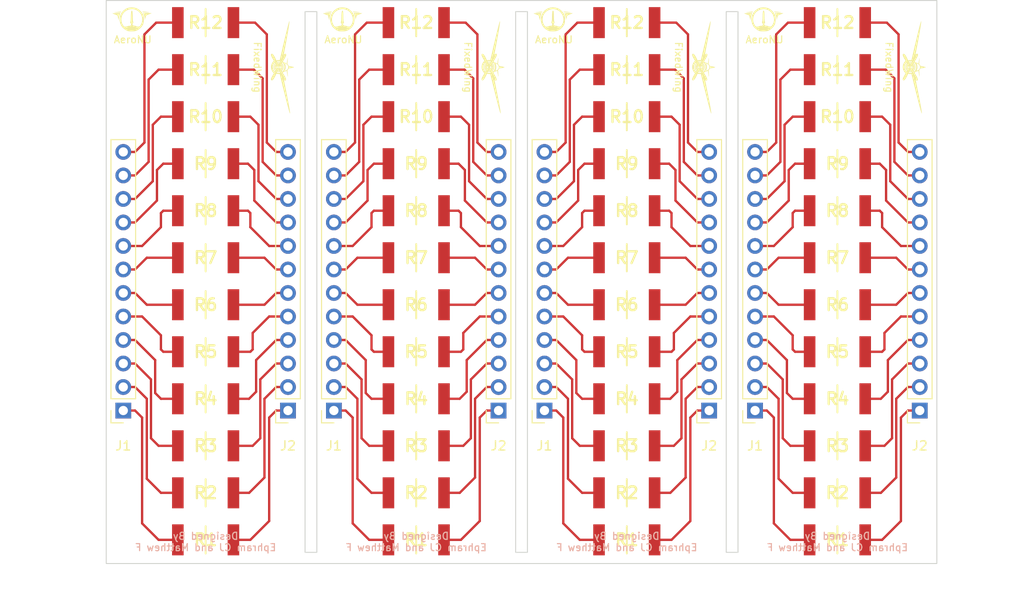
<source format=kicad_pcb>
(kicad_pcb (version 20221018) (generator pcbnew)
  (layers (0 "F.Cu" signal) (31 "B.Cu" signal) (34 "B.Paste" user) (35 "F.Paste" user) (36 "B.SilkS" user "B.Silkscreen") (37 "F.SilkS" user "F.Silkscreen") (38 "B.Mask" user) (39 "F.Mask" user) (44 "Edge.Cuts" user))
  (net 0 "")
  (net 1 "Net-(J1-Pin_1)")
  (net 2 "Net-(J1-Pin_2)")
  (net 3 "Net-(J1-Pin_3)")
  (net 4 "Net-(J1-Pin_4)")
  (net 5 "Net-(J1-Pin_5)")
  (net 6 "Net-(J1-Pin_6)")
  (net 7 "Net-(J1-Pin_7)")
  (net 8 "Net-(J1-Pin_8)")
  (net 9 "Net-(J1-Pin_9)")
  (net 10 "Net-(J1-Pin_10)")
  (net 11 "Net-(J1-Pin_11)")
  (net 12 "Net-(J1-Pin_12)")
  (net 13 "Net-(J2-Pin_1)")
  (net 14 "Net-(J2-Pin_2)")
  (net 15 "Net-(J2-Pin_3)")
  (net 16 "Net-(J2-Pin_4)")
  (net 17 "Net-(J2-Pin_5)")
  (net 18 "Net-(J2-Pin_6)")
  (net 19 "Net-(J2-Pin_7)")
  (net 20 "Net-(J2-Pin_8)")
  (net 21 "Net-(J2-Pin_9)")
  (net 22 "Net-(J2-Pin_10)")
  (net 23 "Net-(J2-Pin_11)")
  (net 24 "Net-(J2-Pin_12)")
  (footprint "FixedWing Symbols:RESC6332X70N" (layer "F.Cu") (at 135.89 97.79)
    (fp_text reference "R5")
    (fp_text value "33Ω" hide)
  )
  (footprint "FixedWing Symbols:RESC6332X70N" (layer "F.Cu") (at 158.623 102.87)
    (fp_text reference "R4")
    (fp_text value "33Ω" hide)
  )
  (footprint "FixedWing Symbols:RESC6332X70N" (layer "F.Cu") (at 181.356 102.87)
    (fp_text reference "R4")
    (fp_text value "33Ω" hide)
  )
  (footprint "FixedWing:AeroNU - Logo (Smol)" (layer "F.Cu") (at 128.056838 64.647988)
    (fp_text reference "AeroNU" hide)
    (fp_text value "LOGO" hide)
  )
  (footprint "FixedWing:AeroNU - Logo (Smol)" (layer "F.Cu") (at 173.522838 64.647988)
    (fp_text reference "AeroNU" hide)
    (fp_text value "LOGO" hide)
  )
  (footprint "FixedWing Symbols:RESC6332X70N" (layer "F.Cu") (at 135.89 82.55)
    (fp_text reference "R8")
    (fp_text value "33Ω" hide)
  )
  (footprint "FixedWing Symbols:RESC6332X70N" (layer "F.Cu") (at 158.623 97.79)
    (fp_text reference "R5")
    (fp_text value "33Ω" hide)
  )
  (footprint "FixedWing Symbols:RESC6332X70N" (layer "F.Cu") (at 181.356 87.63)
    (fp_text reference "R7")
    (fp_text value "33Ω" hide)
  )
  (footprint "FixedWing Symbols:FixedWing - Logo (Smol)" (layer "F.Cu") (at 211.963 67.056 -90)
    (fp_text reference "FixedWing")
    (fp_text value "LOGO" hide)
  )
  (footprint "Connector_PinSocket_2.54mm:PinSocket_1x12_P2.54mm_Vertical" (layer "F.Cu") (at 172.466 104.14 180)
    (fp_text reference "J1")
    (fp_text value "Conn_01x12")
  )
  (footprint "Connector_PinSocket_2.54mm:PinSocket_1x12_P2.54mm_Vertical" (layer "F.Cu") (at 127 104.14 180)
    (fp_text reference "J1")
    (fp_text value "Conn_01x12")
  )
  (footprint "FixedWing Symbols:RESC6332X70N" (layer "F.Cu") (at 181.356 77.47)
    (fp_text reference "R9")
    (fp_text value "33Ω" hide)
  )
  (footprint "FixedWing Symbols:RESC6332X70N" (layer "F.Cu") (at 204.089 67.31)
    (fp_text reference "R11")
    (fp_text value "33Ω" hide)
  )
  (footprint "FixedWing Symbols:RESC6332X70N" (layer "F.Cu") (at 204.089 82.55)
    (fp_text reference "R8")
    (fp_text value "33Ω" hide)
  )
  (footprint "FixedWing Symbols:RESC6332X70N" (layer "F.Cu") (at 135.89 77.47)
    (fp_text reference "R9")
    (fp_text value "33Ω" hide)
  )
  (footprint "FixedWing Symbols:RESC6332X70N" (layer "F.Cu") (at 135.89 72.39)
    (fp_text reference "R10")
    (fp_text value "33Ω" hide)
  )
  (footprint "Connector_PinSocket_2.54mm:PinSocket_1x12_P2.54mm_Vertical" (layer "F.Cu") (at 149.733 104.14 180)
    (fp_text reference "J1")
    (fp_text value "Conn_01x12")
  )
  (footprint "FixedWing Symbols:RESC6332X70N" (layer "F.Cu") (at 158.623 72.39)
    (fp_text reference "R10")
    (fp_text value "33Ω" hide)
  )
  (footprint "FixedWing Symbols:RESC6332X70N" (layer "F.Cu") (at 158.623 87.63)
    (fp_text reference "R7")
    (fp_text value "33Ω" hide)
  )
  (footprint "FixedWing Symbols:RESC6332X70N" (layer "F.Cu") (at 204.089 77.47)
    (fp_text reference "R9")
    (fp_text value "33Ω" hide)
  )
  (footprint "Connector_PinSocket_2.54mm:PinSocket_1x12_P2.54mm_Vertical" (layer "F.Cu") (at 195.199 104.14 180)
    (fp_text reference "J1")
    (fp_text value "Conn_01x12")
  )
  (footprint "FixedWing:AeroNU - Logo (Smol)" (layer "F.Cu") (at 150.789838 64.647988)
    (fp_text reference "AeroNU" hide)
    (fp_text value "LOGO" hide)
  )
  (footprint "FixedWing Symbols:RESC6332X70N" (layer "F.Cu") (at 204.089 87.63)
    (fp_text reference "R7")
    (fp_text value "33Ω" hide)
  )
  (footprint "FixedWing Symbols:RESC6332X70N" (layer "F.Cu") (at 135.89 102.87)
    (fp_text reference "R4")
    (fp_text value "33Ω" hide)
  )
  (footprint "FixedWing Symbols:RESC6332X70N" (layer "F.Cu") (at 204.089 97.79)
    (fp_text reference "R5")
    (fp_text value "33Ω" hide)
  )
  (footprint "FixedWing Symbols:RESC6332X70N" (layer "F.Cu") (at 158.623 82.55)
    (fp_text reference "R8")
    (fp_text value "33Ω" hide)
  )
  (footprint "FixedWing Symbols:RESC6332X70N" (layer "F.Cu") (at 158.623 62.23)
    (fp_text reference "R12")
    (fp_text value "33Ω" hide)
  )
  (footprint "FixedWing Symbols:RESC6332X70N" (layer "F.Cu") (at 204.089 113.03)
    (fp_text reference "R2")
    (fp_text value "33Ω" hide)
  )
  (footprint "FixedWing Symbols:RESC6332X70N" (layer "F.Cu") (at 158.623 92.71)
    (fp_text reference "R6")
    (fp_text value "33Ω" hide)
  )
  (footprint "FixedWing Symbols:FixedWing - Logo (Smol)" (layer "F.Cu") (at 143.764 67.056 -90)
    (fp_text reference "FixedWing")
    (fp_text value "LOGO" hide)
  )
  (footprint "FixedWing Symbols:RESC6332X70N" (layer "F.Cu") (at 158.623 67.31)
    (fp_text reference "R11")
    (fp_text value "33Ω" hide)
  )
  (footprint "Connector_PinSocket_2.54mm:PinSocket_1x12_P2.54mm_Vertical" (layer "F.Cu") (at 212.979 104.14 180)
    (fp_text reference "J2")
    (fp_text value "Conn_01x12")
  )
  (footprint "FixedWing Symbols:RESC6332X70N" (layer "F.Cu") (at 158.623 107.95)
    (fp_text reference "R3")
    (fp_text value "33Ω" hide)
  )
  (footprint "FixedWing Symbols:FixedWing - Logo (Smol)" (layer "F.Cu") (at 166.497 67.056 -90)
    (fp_text reference "FixedWing")
    (fp_text value "LOGO" hide)
  )
  (footprint "FixedWing Symbols:RESC6332X70N" (layer "F.Cu") (at 135.89 113.03)
    (fp_text reference "R2")
    (fp_text value "33Ω" hide)
  )
  (footprint "FixedWing Symbols:RESC6332X70N" (layer "F.Cu") (at 181.356 72.39)
    (fp_text reference "R10")
    (fp_text value "33Ω" hide)
  )
  (footprint "FixedWing Symbols:RESC6332X70N" (layer "F.Cu") (at 181.356 82.55)
    (fp_text reference "R8")
    (fp_text value "33Ω" hide)
  )
  (footprint "FixedWing Symbols:RESC6332X70N" (layer "F.Cu") (at 181.356 67.31)
    (fp_text reference "R11")
    (fp_text value "33Ω" hide)
  )
  (footprint "FixedWing Symbols:RESC6332X70N" (layer "F.Cu") (at 135.89 67.31)
    (fp_text reference "R11")
    (fp_text value "33Ω" hide)
  )
  (footprint "FixedWing Symbols:RESC6332X70N" (layer "F.Cu") (at 204.089 72.39)
    (fp_text reference "R10")
    (fp_text value "33Ω" hide)
  )
  (footprint "Connector_PinSocket_2.54mm:PinSocket_1x12_P2.54mm_Vertical" (layer "F.Cu") (at 190.246 104.14 180)
    (fp_text reference "J2")
    (fp_text value "Conn_01x12")
  )
  (footprint "FixedWing Symbols:RESC6332X70N" (layer "F.Cu") (at 181.356 97.79)
    (fp_text reference "R5")
    (fp_text value "33Ω" hide)
  )
  (footprint "FixedWing Symbols:RESC6332X70N" (layer "F.Cu") (at 204.089 62.23)
    (fp_text reference "R12")
    (fp_text value "33Ω" hide)
  )
  (footprint "FixedWing Symbols:RESC6332X70N" (layer "F.Cu") (at 135.89 118.11)
    (fp_text reference "R1")
    (fp_text value "33Ω" hide)
  )
  (footprint "FixedWing Symbols:RESC6332X70N" (layer "F.Cu") (at 204.089 92.71)
    (fp_text reference "R6")
    (fp_text value "33Ω" hide)
  )
  (footprint "FixedWing Symbols:RESC6332X70N" (layer "F.Cu") (at 158.623 113.03)
    (fp_text reference "R2")
    (fp_text value "33Ω" hide)
  )
  (footprint "FixedWing:AeroNU - Logo (Smol)" (layer "F.Cu") (at 196.255838 64.647988)
    (fp_text reference "AeroNU" hide)
    (fp_text value "LOGO" hide)
  )
  (footprint "FixedWing Symbols:RESC6332X70N" (layer "F.Cu") (at 158.623 118.11)
    (fp_text reference "R1")
    (fp_text value "33Ω" hide)
  )
  (footprint "FixedWing Symbols:RESC6332X70N" (layer "F.Cu") (at 181.356 118.11)
    (fp_text reference "R1")
    (fp_text value "33Ω" hide)
  )
  (footprint "FixedWing Symbols:RESC6332X70N" (layer "F.Cu") (at 158.623 77.47)
    (fp_text reference "R9")
    (fp_text value "33Ω" hide)
  )
  (footprint "FixedWing Symbols:RESC6332X70N" (layer "F.Cu") (at 204.089 118.11)
    (fp_text reference "R1")
    (fp_text value "33Ω" hide)
  )
  (footprint "FixedWing Symbols:RESC6332X70N" (layer "F.Cu") (at 204.089 102.87)
    (fp_text reference "R4")
    (fp_text value "33Ω" hide)
  )
  (footprint "FixedWing Symbols:RESC6332X70N" (layer "F.Cu") (at 181.356 107.95)
    (fp_text reference "R3")
    (fp_text value "33Ω" hide)
  )
  (footprint "Connector_PinSocket_2.54mm:PinSocket_1x12_P2.54mm_Vertical" (layer "F.Cu") (at 167.513 104.14 180)
    (fp_text reference "J2")
    (fp_text value "Conn_01x12")
  )
  (footprint "FixedWing Symbols:RESC6332X70N" (layer "F.Cu") (at 181.356 92.71)
    (fp_text reference "R6")
    (fp_text value "33Ω" hide)
  )
  (footprint "FixedWing Symbols:RESC6332X70N" (layer "F.Cu") (at 135.89 107.95)
    (fp_text reference "R3")
    (fp_text value "33Ω" hide)
  )
  (footprint "FixedWing Symbols:RESC6332X70N" (layer "F.Cu") (at 135.89 87.63)
    (fp_text reference "R7")
    (fp_text value "33Ω" hide)
  )
  (footprint "FixedWing Symbols:RESC6332X70N" (layer "F.Cu") (at 181.356 113.03)
    (fp_text reference "R2")
    (fp_text value "33Ω" hide)
  )
  (footprint "Connector_PinSocket_2.54mm:PinSocket_1x12_P2.54mm_Vertical" (layer "F.Cu") (at 144.78 104.14 180)
    (fp_text reference "J2")
    (fp_text value "Conn_01x12")
  )
  (footprint "FixedWing Symbols:RESC6332X70N" (layer "F.Cu") (at 181.356 62.23)
    (fp_text reference "R12")
    (fp_text value "33Ω" hide)
  )
  (footprint "FixedWing Symbols:RESC6332X70N" (layer "F.Cu") (at 204.089 107.95)
    (fp_text reference "R3")
    (fp_text value "33Ω" hide)
  )
  (footprint "FixedWing Symbols:FixedWing - Logo (Smol)" (layer "F.Cu") (at 189.23 67.056 -90)
    (fp_text reference "FixedWing")
    (fp_text value "LOGO" hide)
  )
  (footprint "FixedWing Symbols:RESC6332X70N" (layer "F.Cu") (at 135.89 62.23)
    (fp_text reference "R12")
    (fp_text value "33Ω" hide)
  )
  (footprint "FixedWing Symbols:RESC6332X70N" (layer "F.Cu") (at 135.89 92.71)
    (fp_text reference "R6")
    (fp_text value "33Ω" hide)
  )
  (gr_rect (start 125.160186 59.834981) (end 214.822186 120.667981) (stroke (width 0.1)) (fill none) (layer "Edge.Cuts"))
  (gr_rect (start 169.356186 61.041481) (end 170.626186 119.461481) (stroke (width 0.1)) (fill none) (layer "Edge.Cuts"))
  (gr_rect (start 146.623186 61.041481) (end 147.893186 119.461481) (stroke (width 0.1)) (fill none) (layer "Edge.Cuts"))
  (gr_rect (start 192.089186 61.041481) (end 193.359186 119.461481) (stroke (width 0.1)) (fill none) (layer "Edge.Cuts"))
  (gr_text "Designed By\nEphram CJ and Matthew F" (at 204.089 119.38) (layer "B.SilkS") (effects (font (size 0.762 0.762) (thickness 0.127) bold) (justify bottom mirror)))
  (gr_text "Designed By\nEphram CJ and Matthew F" (at 135.89 119.38) (layer "B.SilkS") (effects (font (size 0.762 0.762) (thickness 0.127) bold) (justify bottom mirror)))
  (gr_text "Designed By\nEphram CJ and Matthew F" (at 158.623 119.38) (layer "B.SilkS") (effects (font (size 0.762 0.762) (thickness 0.127) bold) (justify bottom mirror)))
  (gr_text "Designed By\nEphram CJ and Matthew F" (at 181.356 119.38) (layer "B.SilkS") (effects (font (size 0.762 0.762) (thickness 0.127) bold) (justify bottom mirror)))
  (gr_text "AeroNU" (at 171.374289 64.516) (layer "F.SilkS") (effects (font (size 0.762 0.762) (thickness 0.127) bold) (justify left bottom)))
  (gr_text "AeroNU" (at 125.908289 64.516) (layer "F.SilkS") (effects (font (size 0.762 0.762) (thickness 0.127) bold) (justify left bottom)))
  (gr_text "AeroNU" (at 148.641289 64.516) (layer "F.SilkS") (effects (font (size 0.762 0.762) (thickness 0.127) bold) (justify left bottom)))
  (gr_text "AeroNU" (at 194.107289 64.516) (layer "F.SilkS") (effects (font (size 0.762 0.762) (thickness 0.127) bold) (justify left bottom)))
  (segment (start 196.469 104.14) (end 197.231 104.902) (width 0.25) (layer "F.Cu") (net 1))
  (segment (start 151.765 104.902) (end 151.765 116.332) (width 0.25) (layer "F.Cu") (net 1))
  (segment (start 173.736 104.14) (end 174.498 104.902) (width 0.25) (layer "F.Cu") (net 1))
  (segment (start 151.765 116.332) (end 153.543 118.11) (width 0.25) (layer "F.Cu") (net 1))
  (segment (start 197.231 104.902) (end 197.231 116.332) (width 0.25) (layer "F.Cu") (net 1))
  (segment (start 197.231 116.332) (end 199.009 118.11) (width 0.25) (layer "F.Cu") (net 1))
  (segment (start 130.81 118.11) (end 132.89 118.11) (width 0.25) (layer "F.Cu") (net 1))
  (segment (start 129.032 116.332) (end 130.81 118.11) (width 0.25) (layer "F.Cu") (net 1))
  (segment (start 153.543 118.11) (end 155.623 118.11) (width 0.25) (layer "F.Cu") (net 1))
  (segment (start 128.27 104.14) (end 129.032 104.902) (width 0.25) (layer "F.Cu") (net 1))
  (segment (start 174.498 104.902) (end 174.498 116.332) (width 0.25) (layer "F.Cu") (net 1))
  (segment (start 151.003 104.14) (end 151.765 104.902) (width 0.25) (layer "F.Cu") (net 1))
  (segment (start 176.276 118.11) (end 178.356 118.11) (width 0.25) (layer "F.Cu") (net 1))
  (segment (start 172.466 104.14) (end 173.736 104.14) (width 0.25) (layer "F.Cu") (net 1))
  (segment (start 129.032 104.902) (end 129.032 116.332) (width 0.25) (layer "F.Cu") (net 1))
  (segment (start 199.009 118.11) (end 201.089 118.11) (width 0.25) (layer "F.Cu") (net 1))
  (segment (start 149.733 104.14) (end 151.003 104.14) (width 0.25) (layer "F.Cu") (net 1))
  (segment (start 174.498 116.332) (end 176.276 118.11) (width 0.25) (layer "F.Cu") (net 1))
  (segment (start 127 104.14) (end 128.27 104.14) (width 0.25) (layer "F.Cu") (net 1))
  (segment (start 195.199 104.14) (end 196.469 104.14) (width 0.25) (layer "F.Cu") (net 1))
  (segment (start 175.006 102.87) (end 175.006 111.506) (width 0.25) (layer "F.Cu") (net 2))
  (segment (start 152.273 111.506) (end 153.797 113.03) (width 0.25) (layer "F.Cu") (net 2))
  (segment (start 176.53 113.03) (end 178.356 113.03) (width 0.25) (layer "F.Cu") (net 2))
  (segment (start 129.54 102.87) (end 129.54 111.506) (width 0.25) (layer "F.Cu") (net 2))
  (segment (start 129.54 111.506) (end 131.064 113.03) (width 0.25) (layer "F.Cu") (net 2))
  (segment (start 172.466 101.6) (end 173.736 101.6) (width 0.25) (layer "F.Cu") (net 2))
  (segment (start 149.733 101.6) (end 151.003 101.6) (width 0.25) (layer "F.Cu") (net 2))
  (segment (start 153.797 113.03) (end 155.623 113.03) (width 0.25) (layer "F.Cu") (net 2))
  (segment (start 196.469 101.6) (end 197.739 102.87) (width 0.25) (layer "F.Cu") (net 2))
  (segment (start 131.064 113.03) (end 132.89 113.03) (width 0.25) (layer "F.Cu") (net 2))
  (segment (start 151.003 101.6) (end 152.273 102.87) (width 0.25) (layer "F.Cu") (net 2))
  (segment (start 128.27 101.6) (end 129.54 102.87) (width 0.25) (layer "F.Cu") (net 2))
  (segment (start 175.006 111.506) (end 176.53 113.03) (width 0.25) (layer "F.Cu") (net 2))
  (segment (start 199.263 113.03) (end 201.089 113.03) (width 0.25) (layer "F.Cu") (net 2))
  (segment (start 127 101.6) (end 128.27 101.6) (width 0.25) (layer "F.Cu") (net 2))
  (segment (start 173.736 101.6) (end 175.006 102.87) (width 0.25) (layer "F.Cu") (net 2))
  (segment (start 195.199 101.6) (end 196.469 101.6) (width 0.25) (layer "F.Cu") (net 2))
  (segment (start 197.739 102.87) (end 197.739 111.506) (width 0.25) (layer "F.Cu") (net 2))
  (segment (start 197.739 111.506) (end 199.263 113.03) (width 0.25) (layer "F.Cu") (net 2))
  (segment (start 152.273 102.87) (end 152.273 111.506) (width 0.25) (layer "F.Cu") (net 2))
  (segment (start 152.723 100.78) (end 152.723 107.13) (width 0.25) (layer "F.Cu") (net 3))
  (segment (start 128.27 99.06) (end 129.99 100.78) (width 0.25) (layer "F.Cu") (net 3))
  (segment (start 196.469 99.06) (end 198.189 100.78) (width 0.25) (layer "F.Cu") (net 3))
  (segment (start 198.189 100.78) (end 198.189 107.13) (width 0.25) (layer "F.Cu") (net 3))
  (segment (start 175.456 100.78) (end 175.456 107.13) (width 0.25) (layer "F.Cu") (net 3))
  (segment (start 176.276 107.95) (end 178.356 107.95) (width 0.25) (layer "F.Cu") (net 3))
  (segment (start 127 99.06) (end 128.27 99.06) (width 0.25) (layer "F.Cu") (net 3))
  (segment (start 173.736 99.06) (end 175.456 100.78) (width 0.25) (layer "F.Cu") (net 3))
  (segment (start 149.733 99.06) (end 151.003 99.06) (width 0.25) (layer "F.Cu") (net 3))
  (segment (start 130.81 107.95) (end 132.89 107.95) (width 0.25) (layer "F.Cu") (net 3))
  (segment (start 129.99 107.13) (end 130.81 107.95) (width 0.25) (layer "F.Cu") (net 3))
  (segment (start 172.466 99.06) (end 173.736 99.06) (width 0.25) (layer "F.Cu") (net 3))
  (segment (start 175.456 107.13) (end 176.276 107.95) (width 0.25) (layer "F.Cu") (net 3))
  (segment (start 198.189 107.13) (end 199.009 107.95) (width 0.25) (layer "F.Cu") (net 3))
  (segment (start 129.99 100.78) (end 129.99 107.13) (width 0.25) (layer "F.Cu") (net 3))
  (segment (start 195.199 99.06) (end 196.469 99.06) (width 0.25) (layer "F.Cu") (net 3))
  (segment (start 153.543 107.95) (end 155.623 107.95) (width 0.25) (layer "F.Cu") (net 3))
  (segment (start 199.009 107.95) (end 201.089 107.95) (width 0.25) (layer "F.Cu") (net 3))
  (segment (start 151.003 99.06) (end 152.723 100.78) (width 0.25) (layer "F.Cu") (net 3))
  (segment (start 152.723 107.13) (end 153.543 107.95) (width 0.25) (layer "F.Cu") (net 3))
  (segment (start 176.53 102.87) (end 178.356 102.87) (width 0.25) (layer "F.Cu") (net 4))
  (segment (start 128.27 96.52) (end 130.44 98.69) (width 0.25) (layer "F.Cu") (net 4))
  (segment (start 175.906 98.69) (end 175.906 102.246) (width 0.25) (layer "F.Cu") (net 4))
  (segment (start 130.44 98.69) (end 130.44 102.246) (width 0.25) (layer "F.Cu") (net 4))
  (segment (start 151.003 96.52) (end 153.173 98.69) (width 0.25) (layer "F.Cu") (net 4))
  (segment (start 196.469 96.52) (end 198.639 98.69) (width 0.25) (layer "F.Cu") (net 4))
  (segment (start 198.639 102.246) (end 199.263 102.87) (width 0.25) (layer "F.Cu") (net 4))
  (segment (start 127 96.52) (end 128.27 96.52) (width 0.25) (layer "F.Cu") (net 4))
  (segment (start 175.906 102.246) (end 176.53 102.87) (width 0.25) (layer "F.Cu") (net 4))
  (segment (start 153.173 102.246) (end 153.797 102.87) (width 0.25) (layer "F.Cu") (net 4))
  (segment (start 198.639 98.69) (end 198.639 102.246) (width 0.25) (layer "F.Cu") (net 4))
  (segment (start 199.263 102.87) (end 201.089 102.87) (width 0.25) (layer "F.Cu") (net 4))
  (segment (start 153.173 98.69) (end 153.173 102.246) (width 0.25) (layer "F.Cu") (net 4))
  (segment (start 195.199 96.52) (end 196.469 96.52) (width 0.25) (layer "F.Cu") (net 4))
  (segment (start 130.44 102.246) (end 131.064 102.87) (width 0.25) (layer "F.Cu") (net 4))
  (segment (start 153.797 102.87) (end 155.623 102.87) (width 0.25) (layer "F.Cu") (net 4))
  (segment (start 131.064 102.87) (end 132.89 102.87) (width 0.25) (layer "F.Cu") (net 4))
  (segment (start 173.736 96.52) (end 175.906 98.69) (width 0.25) (layer "F.Cu") (net 4))
  (segment (start 172.466 96.52) (end 173.736 96.52) (width 0.25) (layer "F.Cu") (net 4))
  (segment (start 149.733 96.52) (end 151.003 96.52) (width 0.25) (layer "F.Cu") (net 4))
  (segment (start 153.797 96.012) (end 153.797 97.536) (width 0.25) (layer "F.Cu") (net 5))
  (segment (start 149.733 93.98) (end 151.765 93.98) (width 0.25) (layer "F.Cu") (net 5))
  (segment (start 172.466 93.98) (end 174.498 93.98) (width 0.25) (layer "F.Cu") (net 5))
  (segment (start 151.765 93.98) (end 153.797 96.012) (width 0.25) (layer "F.Cu") (net 5))
  (segment (start 197.231 93.98) (end 199.263 96.012) (width 0.25) (layer "F.Cu") (net 5))
  (segment (start 176.53 96.012) (end 176.53 97.536) (width 0.25) (layer "F.Cu") (net 5))
  (segment (start 174.498 93.98) (end 176.53 96.012) (width 0.25) (layer "F.Cu") (net 5))
  (segment (start 131.318 97.79) (end 132.89 97.79) (width 0.25) (layer "F.Cu") (net 5))
  (segment (start 129.032 93.98) (end 131.064 96.012) (width 0.25) (layer "F.Cu") (net 5))
  (segment (start 131.064 96.012) (end 131.064 97.536) (width 0.25) (layer "F.Cu") (net 5))
  (segment (start 131.064 97.536) (end 131.318 97.79) (width 0.25) (layer "F.Cu") (net 5))
  (segment (start 195.199 93.98) (end 197.231 93.98) (width 0.25) (layer "F.Cu") (net 5))
  (segment (start 154.051 97.79) (end 155.623 97.79) (width 0.25) (layer "F.Cu") (net 5))
  (segment (start 199.263 96.012) (end 199.263 97.536) (width 0.25) (layer "F.Cu") (net 5))
  (segment (start 127 93.98) (end 129.032 93.98) (width 0.25) (layer "F.Cu") (net 5))
  (segment (start 176.784 97.79) (end 178.356 97.79) (width 0.25) (layer "F.Cu") (net 5))
  (segment (start 199.263 97.536) (end 199.517 97.79) (width 0.25) (layer "F.Cu") (net 5))
  (segment (start 199.517 97.79) (end 201.089 97.79) (width 0.25) (layer "F.Cu") (net 5))
  (segment (start 153.797 97.536) (end 154.051 97.79) (width 0.25) (layer "F.Cu") (net 5))
  (segment (start 176.53 97.536) (end 176.784 97.79) (width 0.25) (layer "F.Cu") (net 5))
  (segment (start 149.733 91.44) (end 151.003 91.44) (width 0.25) (layer "F.Cu") (net 6))
  (segment (start 129.54 92.71) (end 132.89 92.71) (width 0.25) (layer "F.Cu") (net 6))
  (segment (start 195.199 91.44) (end 196.469 91.44) (width 0.25) (layer "F.Cu") (net 6))
  (segment (start 196.469 91.44) (end 197.739 92.71) (width 0.25) (layer "F.Cu") (net 6))
  (segment (start 173.736 91.44) (end 175.006 92.71) (width 0.25) (layer "F.Cu") (net 6))
  (segment (start 128.27 91.44) (end 129.54 92.71) (width 0.25) (layer "F.Cu") (net 6))
  (segment (start 151.003 91.44) (end 152.273 92.71) (width 0.25) (layer "F.Cu") (net 6))
  (segment (start 172.466 91.44) (end 173.736 91.44) (width 0.25) (layer "F.Cu") (net 6))
  (segment (start 197.739 92.71) (end 201.089 92.71) (width 0.25) (layer "F.Cu") (net 6))
  (segment (start 152.273 92.71) (end 155.623 92.71) (width 0.25) (layer "F.Cu") (net 6))
  (segment (start 175.006 92.71) (end 178.356 92.71) (width 0.25) (layer "F.Cu") (net 6))
  (segment (start 127 91.44) (end 128.27 91.44) (width 0.25) (layer "F.Cu") (net 6))
  (segment (start 129.54 87.63) (end 132.89 87.63) (width 0.25) (layer "F.Cu") (net 7))
  (segment (start 195.199 88.9) (end 196.469 88.9) (width 0.25) (layer "F.Cu") (net 7))
  (segment (start 175.006 87.63) (end 178.356 87.63) (width 0.25) (layer "F.Cu") (net 7))
  (segment (start 128.27 88.9) (end 129.54 87.63) (width 0.25) (layer "F.Cu") (net 7))
  (segment (start 151.003 88.9) (end 152.273 87.63) (width 0.25) (layer "F.Cu") (net 7))
  (segment (start 127 88.9) (end 128.27 88.9) (width 0.25) (layer "F.Cu") (net 7))
  (segment (start 149.733 88.9) (end 151.003 88.9) (width 0.25) (layer "F.Cu") (net 7))
  (segment (start 152.273 87.63) (end 155.623 87.63) (width 0.25) (layer "F.Cu") (net 7))
  (segment (start 172.466 88.9) (end 173.736 88.9) (width 0.25) (layer "F.Cu") (net 7))
  (segment (start 196.469 88.9) (end 197.739 87.63) (width 0.25) (layer "F.Cu") (net 7))
  (segment (start 173.736 88.9) (end 175.006 87.63) (width 0.25) (layer "F.Cu") (net 7))
  (segment (start 197.739 87.63) (end 201.089 87.63) (width 0.25) (layer "F.Cu") (net 7))
  (segment (start 176.784 82.55) (end 178.356 82.55) (width 0.25) (layer "F.Cu") (net 8))
  (segment (start 199.263 84.328) (end 199.263 82.804) (width 0.25) (layer "F.Cu") (net 8))
  (segment (start 172.466 86.36) (end 174.498 86.36) (width 0.25) (layer "F.Cu") (net 8))
  (segment (start 195.199 86.36) (end 197.231 86.36) (width 0.25) (layer "F.Cu") (net 8))
  (segment (start 127 86.36) (end 129.032 86.36) (width 0.25) (layer "F.Cu") (net 8))
  (segment (start 151.765 86.36) (end 153.797 84.328) (width 0.25) (layer "F.Cu") (net 8))
  (segment (start 129.032 86.36) (end 131.064 84.328) (width 0.25) (layer "F.Cu") (net 8))
  (segment (start 197.231 86.36) (end 199.263 84.328) (width 0.25) (layer "F.Cu") (net 8))
  (segment (start 153.797 82.804) (end 154.051 82.55) (width 0.25) (layer "F.Cu") (net 8))
  (segment (start 131.064 84.328) (end 131.064 82.804) (width 0.25) (layer "F.Cu") (net 8))
  (segment (start 199.517 82.55) (end 201.089 82.55) (width 0.25) (layer "F.Cu") (net 8))
  (segment (start 154.051 82.55) (end 155.623 82.55) (width 0.25) (layer "F.Cu") (net 8))
  (segment (start 199.263 82.804) (end 199.517 82.55) (width 0.25) (layer "F.Cu") (net 8))
  (segment (start 174.498 86.36) (end 176.53 84.328) (width 0.25) (layer "F.Cu") (net 8))
  (segment (start 131.064 82.804) (end 131.318 82.55) (width 0.25) (layer "F.Cu") (net 8))
  (segment (start 153.797 84.328) (end 153.797 82.804) (width 0.25) (layer "F.Cu") (net 8))
  (segment (start 176.53 84.328) (end 176.53 82.804) (width 0.25) (layer "F.Cu") (net 8))
  (segment (start 131.318 82.55) (end 132.89 82.55) (width 0.25) (layer "F.Cu") (net 8))
  (segment (start 176.53 82.804) (end 176.784 82.55) (width 0.25) (layer "F.Cu") (net 8))
  (segment (start 149.733 86.36) (end 151.765 86.36) (width 0.25) (layer "F.Cu") (net 8))
  (segment (start 198.835 81.454) (end 198.835 78.152) (width 0.25) (layer "F.Cu") (net 9))
  (segment (start 176.102 78.152) (end 176.784 77.47) (width 0.25) (layer "F.Cu") (net 9))
  (segment (start 127 83.82) (end 128.27 83.82) (width 0.25) (layer "F.Cu") (net 9))
  (segment (start 131.318 77.47) (end 132.89 77.47) (width 0.25) (layer "F.Cu") (net 9))
  (segment (start 151.003 83.82) (end 153.369 81.454) (width 0.25) (layer "F.Cu") (net 9))
  (segment (start 130.636 78.152) (end 131.318 77.47) (width 0.25) (layer "F.Cu") (net 9))
  (segment (start 172.466 83.82) (end 173.736 83.82) (width 0.25) (layer "F.Cu") (net 9))
  (segment (start 176.784 77.47) (end 178.356 77.47) (width 0.25) (layer "F.Cu") (net 9))
  (segment (start 149.733 83.82) (end 151.003 83.82) (width 0.25) (layer "F.Cu") (net 9))
  (segment (start 153.369 78.152) (end 154.051 77.47) (width 0.25) (layer "F.Cu") (net 9))
  (segment (start 154.051 77.47) (end 155.623 77.47) (width 0.25) (layer "F.Cu") (net 9))
  (segment (start 196.469 83.82) (end 198.835 81.454) (width 0.25) (layer "F.Cu") (net 9))
  (segment (start 130.636 81.454) (end 130.636 78.152) (width 0.25) (layer "F.Cu") (net 9))
  (segment (start 153.369 81.454) (end 153.369 78.152) (width 0.25) (layer "F.Cu") (net 9))
  (segment (start 198.835 78.152) (end 199.517 77.47) (width 0.25) (layer "F.Cu") (net 9))
  (segment (start 195.199 83.82) (end 196.469 83.82) (width 0.25) (layer "F.Cu") (net 9))
  (segment (start 199.517 77.47) (end 201.089 77.47) (width 0.25) (layer "F.Cu") (net 9))
  (segment (start 128.27 83.82) (end 130.636 81.454) (width 0.25) (layer "F.Cu") (net 9))
  (segment (start 176.102 81.454) (end 176.102 78.152) (width 0.25) (layer "F.Cu") (net 9))
  (segment (start 173.736 83.82) (end 176.102 81.454) (width 0.25) (layer "F.Cu") (net 9))
  (segment (start 128.27 81.28) (end 130.186 79.364) (width 0.25) (layer "F.Cu") (net 10))
  (segment (start 175.652 73.268) (end 176.53 72.39) (width 0.25) (layer "F.Cu") (net 10))
  (segment (start 172.466 81.28) (end 173.736 81.28) (width 0.25) (layer "F.Cu") (net 10))
  (segment (start 173.736 81.28) (end 175.652 79.364) (width 0.25) (layer "F.Cu") (net 10))
  (segment (start 198.385 79.364) (end 198.385 73.268) (width 0.25) (layer "F.Cu") (net 10))
  (segment (start 195.199 81.28) (end 196.469 81.28) (width 0.25) (layer "F.Cu") (net 10))
  (segment (start 176.53 72.39) (end 178.356 72.39) (width 0.25) (layer "F.Cu") (net 10))
  (segment (start 149.733 81.28) (end 151.003 81.28) (width 0.25) (layer "F.Cu") (net 10))
  (segment (start 130.186 73.268) (end 131.064 72.39) (width 0.25) (layer "F.Cu") (net 10))
  (segment (start 130.186 79.364) (end 130.186 73.268) (width 0.25) (layer "F.Cu") (net 10))
  (segment (start 151.003 81.28) (end 152.919 79.364) (width 0.25) (layer "F.Cu") (net 10))
  (segment (start 152.919 79.364) (end 152.919 73.268) (width 0.25) (layer "F.Cu") (net 10))
  (segment (start 153.797 72.39) (end 155.623 72.39) (width 0.25) (layer "F.Cu") (net 10))
  (segment (start 198.385 73.268) (end 199.263 72.39) (width 0.25) (layer "F.Cu") (net 10))
  (segment (start 175.652 79.364) (end 175.652 73.268) (width 0.25) (layer "F.Cu") (net 10))
  (segment (start 196.469 81.28) (end 198.385 79.364) (width 0.25) (layer "F.Cu") (net 10))
  (segment (start 127 81.28) (end 128.27 81.28) (width 0.25) (layer "F.Cu") (net 10))
  (segment (start 131.064 72.39) (end 132.89 72.39) (width 0.25) (layer "F.Cu") (net 10))
  (segment (start 152.919 73.268) (end 153.797 72.39) (width 0.25) (layer "F.Cu") (net 10))
  (segment (start 199.263 72.39) (end 201.089 72.39) (width 0.25) (layer "F.Cu") (net 10))
  (segment (start 151.003 78.74) (end 152.469 77.274) (width 0.25) (layer "F.Cu") (net 11))
  (segment (start 197.935 77.274) (end 197.935 68.384) (width 0.25) (layer "F.Cu") (net 11))
  (segment (start 173.736 78.74) (end 175.202 77.274) (width 0.25) (layer "F.Cu") (net 11))
  (segment (start 153.543 67.31) (end 155.623 67.31) (width 0.25) (layer "F.Cu") (net 11))
  (segment (start 195.199 78.74) (end 196.469 78.74) (width 0.25) (layer "F.Cu") (net 11))
  (segment (start 152.469 77.274) (end 152.469 68.384) (width 0.25) (layer "F.Cu") (net 11))
  (segment (start 175.202 77.274) (end 175.202 68.384) (width 0.25) (layer "F.Cu") (net 11))
  (segment (start 196.469 78.74) (end 197.935 77.274) (width 0.25) (layer "F.Cu") (net 11))
  (segment (start 197.935 68.384) (end 199.009 67.31) (width 0.25) (layer "F.Cu") (net 11))
  (segment (start 130.81 67.31) (end 132.89 67.31) (width 0.25) (layer "F.Cu") (net 11))
  (segment (start 128.27 78.74) (end 129.736 77.274) (width 0.25) (layer "F.Cu") (net 11))
  (segment (start 149.733 78.74) (end 151.003 78.74) (width 0.25) (layer "F.Cu") (net 11))
  (segment (start 176.276 67.31) (end 178.356 67.31) (width 0.25) (layer "F.Cu") (net 11))
  (segment (start 175.202 68.384) (end 176.276 67.31) (width 0.25) (layer "F.Cu") (net 11))
  (segment (start 129.736 77.274) (end 129.736 68.384) (width 0.25) (layer "F.Cu") (net 11))
  (segment (start 199.009 67.31) (end 201.089 67.31) (width 0.25) (layer "F.Cu") (net 11))
  (segment (start 152.469 68.384) (end 153.543 67.31) (width 0.25) (layer "F.Cu") (net 11))
  (segment (start 172.466 78.74) (end 173.736 78.74) (width 0.25) (layer "F.Cu") (net 11))
  (segment (start 127 78.74) (end 128.27 78.74) (width 0.25) (layer "F.Cu") (net 11))
  (segment (start 129.736 68.384) (end 130.81 67.31) (width 0.25) (layer "F.Cu") (net 11))
  (segment (start 197.485 75.184) (end 197.485 63.5) (width 0.25) (layer "F.Cu") (net 12))
  (segment (start 130.556 62.23) (end 132.89 62.23) (width 0.25) (layer "F.Cu") (net 12))
  (segment (start 196.469 76.2) (end 197.485 75.184) (width 0.25) (layer "F.Cu") (net 12))
  (segment (start 174.752 75.184) (end 174.752 63.5) (width 0.25) (layer "F.Cu") (net 12))
  (segment (start 153.289 62.23) (end 155.623 62.23) (width 0.25) (layer "F.Cu") (net 12))
  (segment (start 176.022 62.23) (end 178.356 62.23) (width 0.25) (layer "F.Cu") (net 12))
  (segment (start 152.019 63.5) (end 153.289 62.23) (width 0.25) (layer "F.Cu") (net 12))
  (segment (start 129.286 75.184) (end 129.286 63.5) (width 0.25) (layer "F.Cu") (net 12))
  (segment (start 195.199 76.2) (end 196.469 76.2) (width 0.25) (layer "F.Cu") (net 12))
  (segment (start 152.019 75.184) (end 152.019 63.5) (width 0.25) (layer "F.Cu") (net 12))
  (segment (start 198.755 62.23) (end 201.089 62.23) (width 0.25) (layer "F.Cu") (net 12))
  (segment (start 129.286 63.5) (end 130.556 62.23) (width 0.25) (layer "F.Cu") (net 12))
  (segment (start 127 76.2) (end 128.27 76.2) (width 0.25) (layer "F.Cu") (net 12))
  (segment (start 174.752 63.5) (end 176.022 62.23) (width 0.25) (layer "F.Cu") (net 12))
  (segment (start 151.003 76.2) (end 152.019 75.184) (width 0.25) (layer "F.Cu") (net 12))
  (segment (start 149.733 76.2) (end 151.003 76.2) (width 0.25) (layer "F.Cu") (net 12))
  (segment (start 172.466 76.2) (end 173.736 76.2) (width 0.25) (layer "F.Cu") (net 12))
  (segment (start 128.27 76.2) (end 129.286 75.184) (width 0.25) (layer "F.Cu") (net 12))
  (segment (start 197.485 63.5) (end 198.755 62.23) (width 0.25) (layer "F.Cu") (net 12))
  (segment (start 173.736 76.2) (end 174.752 75.184) (width 0.25) (layer "F.Cu") (net 12))
  (segment (start 166.243 104.14) (end 165.481 104.902) (width 0.25) (layer "F.Cu") (net 13))
  (segment (start 142.748 116.078) (end 140.716 118.11) (width 0.25) (layer "F.Cu") (net 13))
  (segment (start 186.182 118.11) (end 184.356 118.11) (width 0.25) (layer "F.Cu") (net 13))
  (segment (start 190.246 104.14) (end 188.976 104.14) (width 0.25) (layer "F.Cu") (net 13))
  (segment (start 211.709 104.14) (end 210.947 104.902) (width 0.25) (layer "F.Cu") (net 13))
  (segment (start 188.214 104.902) (end 188.214 116.078) (width 0.25) (layer "F.Cu") (net 13))
  (segment (start 210.947 116.078) (end 208.915 118.11) (width 0.25) (layer "F.Cu") (net 13))
  (segment (start 143.51 104.14) (end 142.748 104.902) (width 0.25) (layer "F.Cu") (net 13))
  (segment (start 144.78 104.14) (end 143.51 104.14) (width 0.25) (layer "F.Cu") (net 13))
  (segment (start 165.481 116.078) (end 163.449 118.11) (width 0.25) (layer "F.Cu") (net 13))
  (segment (start 140.716 118.11) (end 138.89 118.11) (width 0.25) (layer "F.Cu") (net 13))
  (segment (start 165.481 104.902) (end 165.481 116.078) (width 0.25) (layer "F.Cu") (net 13))
  (segment (start 188.976 104.14) (end 188.214 104.902) (width 0.25) (layer "F.Cu") (net 13))
  (segment (start 188.214 116.078) (end 186.182 118.11) (width 0.25) (layer "F.Cu") (net 13))
  (segment (start 163.449 118.11) (end 161.623 118.11) (width 0.25) (layer "F.Cu") (net 13))
  (segment (start 142.748 104.902) (end 142.748 116.078) (width 0.25) (layer "F.Cu") (net 13))
  (segment (start 208.915 118.11) (end 207.089 118.11) (width 0.25) (layer "F.Cu") (net 13))
  (segment (start 210.947 104.902) (end 210.947 116.078) (width 0.25) (layer "F.Cu") (net 13))
  (segment (start 212.979 104.14) (end 211.709 104.14) (width 0.25) (layer "F.Cu") (net 13))
  (segment (start 167.513 104.14) (end 166.243 104.14) (width 0.25) (layer "F.Cu") (net 13))
  (segment (start 186.055 113.03) (end 184.356 113.03) (width 0.25) (layer "F.Cu") (net 14))
  (segment (start 211.709 101.6) (end 210.439 102.87) (width 0.25) (layer "F.Cu") (net 14))
  (segment (start 163.322 113.03) (end 161.623 113.03) (width 0.25) (layer "F.Cu") (net 14))
  (segment (start 208.788 113.03) (end 207.089 113.03) (width 0.25) (layer "F.Cu") (net 14))
  (segment (start 164.973 111.379) (end 163.322 113.03) (width 0.25) (layer "F.Cu") (net 14))
  (segment (start 142.24 111.379) (end 140.589 113.03) (width 0.25) (layer "F.Cu") (net 14))
  (segment (start 140.589 113.03) (end 138.89 113.03) (width 0.25) (layer "F.Cu") (net 14))
  (segment (start 187.706 102.87) (end 187.706 111.379) (width 0.25) (layer "F.Cu") (net 14))
  (segment (start 210.439 111.379) (end 208.788 113.03) (width 0.25) (layer "F.Cu") (net 14))
  (segment (start 144.78 101.6) (end 143.51 101.6) (width 0.25) (layer "F.Cu") (net 14))
  (segment (start 210.439 102.87) (end 210.439 111.379) (width 0.25) (layer "F.Cu") (net 14))
  (segment (start 187.706 111.379) (end 186.055 113.03) (width 0.25) (layer "F.Cu") (net 14))
  (segment (start 142.24 102.87) (end 142.24 111.379) (width 0.25) (layer "F.Cu") (net 14))
  (segment (start 212.979 101.6) (end 211.709 101.6) (width 0.25) (layer "F.Cu") (net 14))
  (segment (start 190.246 101.6) (end 188.976 101.6) (width 0.25) (layer "F.Cu") (net 14))
  (segment (start 166.243 101.6) (end 164.973 102.87) (width 0.25) (layer "F.Cu") (net 14))
  (segment (start 188.976 101.6) (end 187.706 102.87) (width 0.25) (layer "F.Cu") (net 14))
  (segment (start 143.51 101.6) (end 142.24 102.87) (width 0.25) (layer "F.Cu") (net 14))
  (segment (start 164.973 102.87) (end 164.973 111.379) (width 0.25) (layer "F.Cu") (net 14))
  (segment (start 167.513 101.6) (end 166.243 101.6) (width 0.25) (layer "F.Cu") (net 14))
  (segment (start 167.513 99.06) (end 166.243 99.06) (width 0.25) (layer "F.Cu") (net 15))
  (segment (start 209.989 100.78) (end 209.989 107.13) (width 0.25) (layer "F.Cu") (net 15))
  (segment (start 209.169 107.95) (end 207.089 107.95) (width 0.25) (layer "F.Cu") (net 15))
  (segment (start 187.256 107.13) (end 186.436 107.95) (width 0.25) (layer "F.Cu") (net 15))
  (segment (start 186.436 107.95) (end 184.356 107.95) (width 0.25) (layer "F.Cu") (net 15))
  (segment (start 141.79 100.78) (end 141.79 107.13) (width 0.25) (layer "F.Cu") (net 15))
  (segment (start 190.246 99.06) (end 188.976 99.06) (width 0.25) (layer "F.Cu") (net 15))
  (segment (start 143.51 99.06) (end 141.79 100.78) (width 0.25) (layer "F.Cu") (net 15))
  (segment (start 211.709 99.06) (end 209.989 100.78) (width 0.25) (layer "F.Cu") (net 15))
  (segment (start 164.523 100.78) (end 164.523 107.13) (width 0.25) (layer "F.Cu") (net 15))
  (segment (start 187.256 100.78) (end 187.256 107.13) (width 0.25) (layer "F.Cu") (net 15))
  (segment (start 140.97 107.95) (end 138.89 107.95) (width 0.25) (layer "F.Cu") (net 15))
  (segment (start 141.79 107.13) (end 140.97 107.95) (width 0.25) (layer "F.Cu") (net 15))
  (segment (start 188.976 99.06) (end 187.256 100.78) (width 0.25) (layer "F.Cu") (net 15))
  (segment (start 209.989 107.13) (end 209.169 107.95) (width 0.25) (layer "F.Cu") (net 15))
  (segment (start 144.78 99.06) (end 143.51 99.06) (width 0.25) (layer "F.Cu") (net 15))
  (segment (start 164.523 107.13) (end 163.703 107.95) (width 0.25) (layer "F.Cu") (net 15))
  (segment (start 166.243 99.06) (end 164.523 100.78) (width 0.25) (layer "F.Cu") (net 15))
  (segment (start 212.979 99.06) (end 211.709 99.06) (width 0.25) (layer "F.Cu") (net 15))
  (segment (start 163.703 107.95) (end 161.623 107.95) (width 0.25) (layer "F.Cu") (net 15))
  (segment (start 212.979 96.52) (end 211.709 96.52) (width 0.25) (layer "F.Cu") (net 16))
  (segment (start 209.539 98.69) (end 209.539 102.108) (width 0.25) (layer "F.Cu") (net 16))
  (segment (start 163.311 102.87) (end 161.623 102.87) (width 0.25) (layer "F.Cu") (net 16))
  (segment (start 186.044 102.87) (end 184.356 102.87) (width 0.25) (layer "F.Cu") (net 16))
  (segment (start 209.539 102.108) (end 208.777 102.87) (width 0.25) (layer "F.Cu") (net 16))
  (segment (start 166.243 96.52) (end 164.073 98.69) (width 0.25) (layer "F.Cu") (net 16))
  (segment (start 211.709 96.52) (end 209.539 98.69) (width 0.25) (layer "F.Cu") (net 16))
  (segment (start 140.578 102.87) (end 138.89 102.87) (width 0.25) (layer "F.Cu") (net 16))
  (segment (start 144.78 96.52) (end 143.51 96.52) (width 0.25) (layer "F.Cu") (net 16))
  (segment (start 167.513 96.52) (end 166.243 96.52) (width 0.25) (layer "F.Cu") (net 16))
  (segment (start 141.34 102.108) (end 140.578 102.87) (width 0.25) (layer "F.Cu") (net 16))
  (segment (start 141.34 98.69) (end 141.34 102.108) (width 0.25) (layer "F.Cu") (net 16))
  (segment (start 186.806 98.69) (end 186.806 102.108) (width 0.25) (layer "F.Cu") (net 16))
  (segment (start 164.073 98.69) (end 164.073 102.108) (width 0.25) (layer "F.Cu") (net 16))
  (segment (start 186.806 102.108) (end 186.044 102.87) (width 0.25) (layer "F.Cu") (net 16))
  (segment (start 208.777 102.87) (end 207.089 102.87) (width 0.25) (layer "F.Cu") (net 16))
  (segment (start 164.073 102.108) (end 163.311 102.87) (width 0.25) (layer "F.Cu") (net 16))
  (segment (start 188.976 96.52) (end 186.806 98.69) (width 0.25) (layer "F.Cu") (net 16))
  (segment (start 143.51 96.52) (end 141.34 98.69) (width 0.25) (layer "F.Cu") (net 16))
  (segment (start 190.246 96.52) (end 188.976 96.52) (width 0.25) (layer "F.Cu") (net 16))
  (segment (start 208.915 97.79) (end 207.089 97.79) (width 0.25) (layer "F.Cu") (net 17))
  (segment (start 144.78 93.98) (end 142.748 93.98) (width 0.25) (layer "F.Cu") (net 17))
  (segment (start 167.513 93.98) (end 165.481 93.98) (width 0.25) (layer "F.Cu") (net 17))
  (segment (start 186.182 97.79) (end 184.356 97.79) (width 0.25) (layer "F.Cu") (net 17))
  (segment (start 140.716 97.79) (end 138.89 97.79) (width 0.25) (layer "F.Cu") (net 17))
  (segment (start 142.748 93.98) (end 140.97 95.758) (width 0.25) (layer "F.Cu") (net 17))
  (segment (start 163.449 97.79) (end 161.623 97.79) (width 0.25) (layer "F.Cu") (net 17))
  (segment (start 190.246 93.98) (end 188.214 93.98) (width 0.25) (layer "F.Cu") (net 17))
  (segment (start 186.436 97.536) (end 186.182 97.79) (width 0.25) (layer "F.Cu") (net 17))
  (segment (start 209.169 95.758) (end 209.169 97.536) (width 0.25) (layer "F.Cu") (net 17))
  (segment (start 186.436 95.758) (end 186.436 97.536) (width 0.25) (layer "F.Cu") (net 17))
  (segment (start 163.703 97.536) (end 163.449 97.79) (width 0.25) (layer "F.Cu") (net 17))
  (segment (start 212.979 93.98) (end 210.947 93.98) (width 0.25) (layer "F.Cu") (net 17))
  (segment (start 165.481 93.98) (end 163.703 95.758) (width 0.25) (layer "F.Cu") (net 17))
  (segment (start 140.97 97.536) (end 140.716 97.79) (width 0.25) (layer "F.Cu") (net 17))
  (segment (start 140.97 95.758) (end 140.97 97.536) (width 0.25) (layer "F.Cu") (net 17))
  (segment (start 210.947 93.98) (end 209.169 95.758) (width 0.25) (layer "F.Cu") (net 17))
  (segment (start 209.169 97.536) (end 208.915 97.79) (width 0.25) (layer "F.Cu") (net 17))
  (segment (start 188.214 93.98) (end 186.436 95.758) (width 0.25) (layer "F.Cu") (net 17))
  (segment (start 163.703 95.758) (end 163.703 97.536) (width 0.25) (layer "F.Cu") (net 17))
  (segment (start 188.976 91.44) (end 187.706 92.71) (width 0.25) (layer "F.Cu") (net 18))
  (segment (start 143.51 91.44) (end 142.24 92.71) (width 0.25) (layer "F.Cu") (net 18))
  (segment (start 210.439 92.71) (end 207.089 92.71) (width 0.25) (layer "F.Cu") (net 18))
  (segment (start 211.709 91.44) (end 210.439 92.71) (width 0.25) (layer "F.Cu") (net 18))
  (segment (start 167.513 91.44) (end 166.243 91.44) (width 0.25) (layer "F.Cu") (net 18))
  (segment (start 142.24 92.71) (end 138.89 92.71) (width 0.25) (layer "F.Cu") (net 18))
  (segment (start 190.246 91.44) (end 188.976 91.44) (width 0.25) (layer "F.Cu") (net 18))
  (segment (start 187.706 92.71) (end 184.356 92.71) (width 0.25) (layer "F.Cu") (net 18))
  (segment (start 212.979 91.44) (end 211.709 91.44) (width 0.25) (layer "F.Cu") (net 18))
  (segment (start 164.973 92.71) (end 161.623 92.71) (width 0.25) (layer "F.Cu") (net 18))
  (segment (start 166.243 91.44) (end 164.973 92.71) (width 0.25) (layer "F.Cu") (net 18))
  (segment (start 144.78 91.44) (end 143.51 91.44) (width 0.25) (layer "F.Cu") (net 18))
  (segment (start 190.246 88.9) (end 188.976 88.9) (width 0.25) (layer "F.Cu") (net 19))
  (segment (start 144.78 88.9) (end 143.51 88.9) (width 0.25) (layer "F.Cu") (net 19))
  (segment (start 212.979 88.9) (end 211.709 88.9) (width 0.25) (layer "F.Cu") (net 19))
  (segment (start 187.706 87.63) (end 184.356 87.63) (width 0.25) (layer "F.Cu") (net 19))
  (segment (start 210.439 87.63) (end 207.089 87.63) (width 0.25) (layer "F.Cu") (net 19))
  (segment (start 143.51 88.9) (end 142.24 87.63) (width 0.25) (layer "F.Cu") (net 19))
  (segment (start 188.976 88.9) (end 187.706 87.63) (width 0.25) (layer "F.Cu") (net 19))
  (segment (start 211.709 88.9) (end 210.439 87.63) (width 0.25) (layer "F.Cu") (net 19))
  (segment (start 164.973 87.63) (end 161.623 87.63) (width 0.25) (layer "F.Cu") (net 19))
  (segment (start 166.243 88.9) (end 164.973 87.63) (width 0.25) (layer "F.Cu") (net 19))
  (segment (start 142.24 87.63) (end 138.89 87.63) (width 0.25) (layer "F.Cu") (net 19))
  (segment (start 167.513 88.9) (end 166.243 88.9) (width 0.25) (layer "F.Cu") (net 19))
  (segment (start 186.182 82.804) (end 185.928 82.55) (width 0.25) (layer "F.Cu") (net 20))
  (segment (start 212.979 86.36) (end 210.947 86.36) (width 0.25) (layer "F.Cu") (net 20))
  (segment (start 140.716 84.328) (end 140.716 82.804) (width 0.25) (layer "F.Cu") (net 20))
  (segment (start 210.947 86.36) (end 208.915 84.328) (width 0.25) (layer "F.Cu") (net 20))
  (segment (start 163.449 82.804) (end 163.195 82.55) (width 0.25) (layer "F.Cu") (net 20))
  (segment (start 190.246 86.36) (end 188.214 86.36) (width 0.25) (layer "F.Cu") (net 20))
  (segment (start 142.748 86.36) (end 140.716 84.328) (width 0.25) (layer "F.Cu") (net 20))
  (segment (start 208.915 84.328) (end 208.915 82.804) (width 0.25) (layer "F.Cu") (net 20))
  (segment (start 185.928 82.55) (end 184.356 82.55) (width 0.25) (layer "F.Cu") (net 20))
  (segment (start 144.78 86.36) (end 142.748 86.36) (width 0.25) (layer "F.Cu") (net 20))
  (segment (start 208.661 82.55) (end 207.089 82.55) (width 0.25) (layer "F.Cu") (net 20))
  (segment (start 188.214 86.36) (end 186.182 84.328) (width 0.25) (layer "F.Cu") (net 20))
  (segment (start 186.182 84.328) (end 186.182 82.804) (width 0.25) (layer "F.Cu") (net 20))
  (segment (start 208.915 82.804) (end 208.661 82.55) (width 0.25) (layer "F.Cu") (net 20))
  (segment (start 140.462 82.55) (end 138.89 82.55) (width 0.25) (layer "F.Cu") (net 20))
  (segment (start 163.195 82.55) (end 161.623 82.55) (width 0.25) (layer "F.Cu") (net 20))
  (segment (start 165.481 86.36) (end 163.449 84.328) (width 0.25) (layer "F.Cu") (net 20))
  (segment (start 167.513 86.36) (end 165.481 86.36) (width 0.25) (layer "F.Cu") (net 20))
  (segment (start 140.716 82.804) (end 140.462 82.55) (width 0.25) (layer "F.Cu") (net 20))
  (segment (start 163.449 84.328) (end 163.449 82.804) (width 0.25) (layer "F.Cu") (net 20))
  (segment (start 208.661 77.47) (end 207.089 77.47) (width 0.25) (layer "F.Cu") (net 21))
  (segment (start 167.513 83.82) (end 166.243 83.82) (width 0.25) (layer "F.Cu") (net 21))
  (segment (start 163.195 77.47) (end 161.623 77.47) (width 0.25) (layer "F.Cu") (net 21))
  (segment (start 212.979 83.82) (end 211.709 83.82) (width 0.25) (layer "F.Cu") (net 21))
  (segment (start 163.877 78.152) (end 163.195 77.47) (width 0.25) (layer "F.Cu") (net 21))
  (segment (start 209.343 81.454) (end 209.343 78.152) (width 0.25) (layer "F.Cu") (net 21))
  (segment (start 209.343 78.152) (end 208.661 77.47) (width 0.25) (layer "F.Cu") (net 21))
  (segment (start 190.246 83.82) (end 188.976 83.82) (width 0.25) (layer "F.Cu") (net 21))
  (segment (start 163.877 81.454) (end 163.877 78.152) (width 0.25) (layer "F.Cu") (net 21))
  (segment (start 143.51 83.82) (end 141.144 81.454) (width 0.25) (layer "F.Cu") (net 21))
  (segment (start 140.462 77.47) (end 138.89 77.47) (width 0.25) (layer "F.Cu") (net 21))
  (segment (start 141.144 81.454) (end 141.144 78.152) (width 0.25) (layer "F.Cu") (net 21))
  (segment (start 141.144 78.152) (end 140.462 77.47) (width 0.25) (layer "F.Cu") (net 21))
  (segment (start 188.976 83.82) (end 186.61 81.454) (width 0.25) (layer "F.Cu") (net 21))
  (segment (start 144.78 83.82) (end 143.51 83.82) (width 0.25) (layer "F.Cu") (net 21))
  (segment (start 185.928 77.47) (end 184.356 77.47) (width 0.25) (layer "F.Cu") (net 21))
  (segment (start 166.243 83.82) (end 163.877 81.454) (width 0.25) (layer "F.Cu") (net 21))
  (segment (start 186.61 78.152) (end 185.928 77.47) (width 0.25) (layer "F.Cu") (net 21))
  (segment (start 211.709 83.82) (end 209.343 81.454) (width 0.25) (layer "F.Cu") (net 21))
  (segment (start 186.61 81.454) (end 186.61 78.152) (width 0.25) (layer "F.Cu") (net 21))
  (segment (start 164.327 73.268) (end 163.449 72.39) (width 0.25) (layer "F.Cu") (net 22))
  (segment (start 190.246 81.28) (end 188.976 81.28) (width 0.25) (layer "F.Cu") (net 22))
  (segment (start 140.716 72.39) (end 138.89 72.39) (width 0.25) (layer "F.Cu") (net 22))
  (segment (start 212.979 81.28) (end 211.709 81.28) (width 0.25) (layer "F.Cu") (net 22))
  (segment (start 186.182 72.39) (end 184.356 72.39) (width 0.25) (layer "F.Cu") (net 22))
  (segment (start 166.243 81.28) (end 164.327 79.364) (width 0.25) (layer "F.Cu") (net 22))
  (segment (start 143.51 81.28) (end 141.594 79.364) (width 0.25) (layer "F.Cu") (net 22))
  (segment (start 211.709 81.28) (end 209.793 79.364) (width 0.25) (layer "F.Cu") (net 22))
  (segment (start 188.976 81.28) (end 187.06 79.364) (width 0.25) (layer "F.Cu") (net 22))
  (segment (start 209.793 73.268) (end 208.915 72.39) (width 0.25) (layer "F.Cu") (net 22))
  (segment (start 167.513 81.28) (end 166.243 81.28) (width 0.25) (layer "F.Cu") (net 22))
  (segment (start 187.06 73.268) (end 186.182 72.39) (width 0.25) (layer "F.Cu") (net 22))
  (segment (start 141.594 79.364) (end 141.594 73.268) (width 0.25) (layer "F.Cu") (net 22))
  (segment (start 141.594 73.268) (end 140.716 72.39) (width 0.25) (layer "F.Cu") (net 22))
  (segment (start 187.06 79.364) (end 187.06 73.268) (width 0.25) (layer "F.Cu") (net 22))
  (segment (start 208.915 72.39) (end 207.089 72.39) (width 0.25) (layer "F.Cu") (net 22))
  (segment (start 209.793 79.364) (end 209.793 73.268) (width 0.25) (layer "F.Cu") (net 22))
  (segment (start 144.78 81.28) (end 143.51 81.28) (width 0.25) (layer "F.Cu") (net 22))
  (segment (start 163.449 72.39) (end 161.623 72.39) (width 0.25) (layer "F.Cu") (net 22))
  (segment (start 164.327 79.364) (end 164.327 73.268) (width 0.25) (layer "F.Cu") (net 22))
  (segment (start 187.51 68.257) (end 186.563 67.31) (width 0.25) (layer "F.Cu") (net 23))
  (segment (start 141.097 67.31) (end 138.89 67.31) (width 0.25) (layer "F.Cu") (net 23))
  (segment (start 164.777 68.257) (end 163.83 67.31) (width 0.25) (layer "F.Cu") (net 23))
  (segment (start 143.51 78.74) (end 142.044 77.274) (width 0.25) (layer "F.Cu") (net 23))
  (segment (start 210.243 68.257) (end 209.296 67.31) (width 0.25) (layer "F.Cu") (net 23))
  (segment (start 209.296 67.31) (end 207.089 67.31) (width 0.25) (layer "F.Cu") (net 23))
  (segment (start 167.513 78.74) (end 166.243 78.74) (width 0.25) (layer "F.Cu") (net 23))
  (segment (start 187.51 77.274) (end 187.51 68.257) (width 0.25) (layer "F.Cu") (net 23))
  (segment (start 142.044 77.274) (end 142.044 68.257) (width 0.25) (layer "F.Cu") (net 23))
  (segment (start 212.979 78.74) (end 211.709 78.74) (width 0.25) (layer "F.Cu") (net 23))
  (segment (start 144.78 78.74) (end 143.51 78.74) (width 0.25) (layer "F.Cu") (net 23))
  (segment (start 164.777 77.274) (end 164.777 68.257) (width 0.25) (layer "F.Cu") (net 23))
  (segment (start 163.83 67.31) (end 161.623 67.31) (width 0.25) (layer "F.Cu") (net 23))
  (segment (start 190.246 78.74) (end 188.976 78.74) (width 0.25) (layer "F.Cu") (net 23))
  (segment (start 210.243 77.274) (end 210.243 68.257) (width 0.25) (layer "F.Cu") (net 23))
  (segment (start 166.243 78.74) (end 164.777 77.274) (width 0.25) (layer "F.Cu") (net 23))
  (segment (start 211.709 78.74) (end 210.243 77.274) (width 0.25) (layer "F.Cu") (net 23))
  (segment (start 142.044 68.257) (end 141.097 67.31) (width 0.25) (layer "F.Cu") (net 23))
  (segment (start 188.976 78.74) (end 187.51 77.274) (width 0.25) (layer "F.Cu") (net 23))
  (segment (start 186.563 67.31) (end 184.356 67.31) (width 0.25) (layer "F.Cu") (net 23))
  (segment (start 209.423 62.23) (end 207.089 62.23) (width 0.25) (layer "F.Cu") (net 24))
  (segment (start 187.96 75.184) (end 187.96 63.5) (width 0.25) (layer "F.Cu") (net 24))
  (segment (start 167.513 76.2) (end 166.243 76.2) (width 0.25) (layer "F.Cu") (net 24))
  (segment (start 142.494 75.184) (end 142.494 63.5) (width 0.25) (layer "F.Cu") (net 24))
  (segment (start 144.78 76.2) (end 143.51 76.2) (width 0.25) (layer "F.Cu") (net 24))
  (segment (start 186.69 62.23) (end 184.356 62.23) (width 0.25) (layer "F.Cu") (net 24))
  (segment (start 211.709 76.2) (end 210.693 75.184) (width 0.25) (layer "F.Cu") (net 24))
  (segment (start 210.693 63.5) (end 209.423 62.23) (width 0.25) (layer "F.Cu") (net 24))
  (segment (start 165.227 63.5) (end 163.957 62.23) (width 0.25) (layer "F.Cu") (net 24))
  (segment (start 188.976 76.2) (end 187.96 75.184) (width 0.25) (layer "F.Cu") (net 24))
  (segment (start 142.494 63.5) (end 141.224 62.23) (width 0.25) (layer "F.Cu") (net 24))
  (segment (start 143.51 76.2) (end 142.494 75.184) (width 0.25) (layer "F.Cu") (net 24))
  (segment (start 210.693 75.184) (end 210.693 63.5) (width 0.25) (layer "F.Cu") (net 24))
  (segment (start 166.243 76.2) (end 165.227 75.184) (width 0.25) (layer "F.Cu") (net 24))
  (segment (start 190.246 76.2) (end 188.976 76.2) (width 0.25) (layer "F.Cu") (net 24))
  (segment (start 165.227 75.184) (end 165.227 63.5) (width 0.25) (layer "F.Cu") (net 24))
  (segment (start 141.224 62.23) (end 138.89 62.23) (width 0.25) (layer "F.Cu") (net 24))
  (segment (start 212.979 76.2) (end 211.709 76.2) (width 0.25) (layer "F.Cu") (net 24))
  (segment (start 187.96 63.5) (end 186.69 62.23) (width 0.25) (layer "F.Cu") (net 24))
  (segment (start 163.957 62.23) (end 161.623 62.23) (width 0.25) (layer "F.Cu") (net 24))
)
</source>
